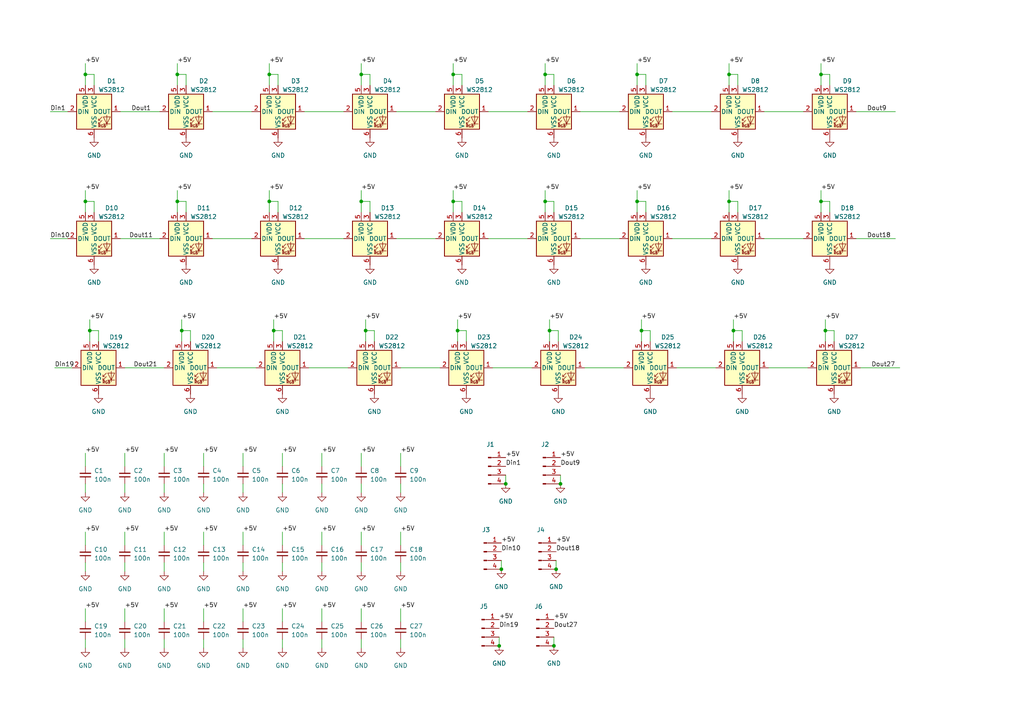
<source format=kicad_sch>
(kicad_sch (version 20230121) (generator eeschema)
  (paper "A4")
  (lib_symbols
    (symbol "Connector:Conn_01x04_Pin" (pin_names (offset 1.016) hide)
      (property "Reference" "J" (at 0 5.08 0))
      (property "Value" "Conn_01x04_Pin" (at 0 -7.62 0))
      (symbol "Conn_01x04_Pin_1_1"
        (polyline (pts (xy 1.27 -5.08) (xy 0.8636 -5.08)) (stroke (width 0.1524)))
        (polyline (pts (xy 1.27 -2.54) (xy 0.8636 -2.54)) (stroke (width 0.1524)))
        (polyline (pts (xy 1.27 0) (xy 0.8636 0)) (stroke (width 0.1524)))
        (polyline (pts (xy 1.27 2.54) (xy 0.8636 2.54)) (stroke (width 0.1524)))
        (rectangle (start 0.8636 -4.953) (end 0 -5.207) (stroke (width 0.1524)) (fill (type outline)))
        (rectangle (start 0.8636 -2.413) (end 0 -2.667) (stroke (width 0.1524)) (fill (type outline)))
        (rectangle (start 0.8636 0.127) (end 0 -0.127) (stroke (width 0.1524)) (fill (type outline)))
        (rectangle (start 0.8636 2.667) (end 0 2.413) (stroke (width 0.1524)) (fill (type outline)))
        (pin passive line (at 5.08 2.54 180) (length 3.81) (name "Pin_1") (number "1"))
        (pin passive line (at 5.08 0 180) (length 3.81) (name "Pin_2") (number "2"))
        (pin passive line (at 5.08 -2.54 180) (length 3.81) (name "Pin_3") (number "3"))
        (pin passive line (at 5.08 -5.08 180) (length 3.81) (name "Pin_4") (number "4"))
      )
    )
    (symbol "Device:C_Small" (pin_numbers hide) (pin_names (offset 0.254) hide)
      (property "Reference" "C" (at 0.254 1.778 0))
      (property "Value" "C_Small" (at 0.254 -2.032 0))
      (symbol "C_Small_0_1"
        (polyline (pts (xy -1.524 -0.508) (xy 1.524 -0.508)) (stroke (width 0.3302)))
        (polyline (pts (xy -1.524 0.508) (xy 1.524 0.508)) (stroke (width 0.3048)))
      )
      (symbol "C_Small_1_1"
        (pin passive line (at 0 2.54 270) (length 2.032) (name "~") (number "1"))
        (pin passive line (at 0 -2.54 90) (length 2.032) (name "~") (number "2"))
      )
    )
    (symbol "LED:WS2812" (pin_names (offset 0.254))
      (property "Reference" "D" (at 5.08 5.715 0))
      (property "Value" "WS2812" (at 1.27 -5.715 0))
      (symbol "WS2812_0_0"
        (text "RGB" (at 2.286 -4.191 0) (effects (font (size 0.762 0.762))))
      )
      (symbol "WS2812_0_1"
        (polyline (pts (xy 1.27 -3.556) (xy 1.778 -3.556)))
        (polyline (pts (xy 1.27 -2.54) (xy 1.778 -2.54)))
        (polyline (pts (xy 4.699 -3.556) (xy 2.667 -3.556)))
        (polyline (pts (xy 2.286 -2.54) (xy 1.27 -3.556) (xy 1.27 -3.048)))
        (polyline (pts (xy 2.286 -1.524) (xy 1.27 -2.54) (xy 1.27 -2.032)))
        (polyline (pts (xy 3.683 -1.016) (xy 3.683 -3.556) (xy 3.683 -4.064)))
        (polyline (pts (xy 4.699 -1.524) (xy 2.667 -1.524) (xy 3.683 -3.556) (xy 4.699 -1.524)))
        (rectangle (start 5.08 5.08) (end -5.08 -5.08) (stroke (width 0.254)) (fill (type background)))
      )
      (symbol "WS2812_1_1"
        (pin output line (at 7.62 0 180) (length 2.54) (name "DOUT") (number "1"))
        (pin input line (at -7.62 0 0) (length 2.54) (name "DIN") (number "2"))
        (pin power_in line (at 0 7.62 270) (length 2.54) (name "VCC") (number "3"))
        (pin no_connect line (at 5.08 2.54 180) (length 2.54) hide (name "NC") (number "4"))
        (pin power_in line (at -2.54 7.62 270) (length 2.54) (name "VDD") (number "5"))
        (pin power_in line (at 0 -7.62 90) (length 2.54) (name "VSS") (number "6"))
      )
    )
    (symbol "power:GND" (power) (pin_names (offset 0))
      (property "Value" "GND" (at 0 -3.81 0))
      (symbol "GND_0_1"
        (polyline (pts (xy 0 0) (xy 0 -1.27) (xy 1.27 -1.27) (xy 0 -2.54) (xy -1.27 -1.27) (xy 0 -1.27)))
      )
      (symbol "GND_1_1"
        (pin power_in line (at 0 0 270) (length 0) hide (name "GND") (number "1"))
      )
    )
  )
  (junction (at 106.045 95.885))
  (junction (at 212.725 95.885))
  (junction (at 145.415 165.1))
  (junction (at 158.115 21.59))
  (junction (at 162.56 140.335))
  (junction (at 104.775 21.59))
  (junction (at 79.375 95.885))
  (junction (at 184.785 21.59))
  (junction (at 51.435 58.42))
  (junction (at 78.105 58.42))
  (junction (at 132.715 95.885))
  (junction (at 146.685 140.335))
  (junction (at 24.765 58.42))
  (junction (at 158.115 58.42))
  (junction (at 131.445 58.42))
  (junction (at 104.775 58.42))
  (junction (at 78.105 21.59))
  (junction (at 238.125 58.42))
  (junction (at 186.055 95.885))
  (junction (at 131.445 21.59))
  (junction (at 238.125 21.59))
  (junction (at 239.395 95.885))
  (junction (at 211.455 58.42))
  (junction (at 161.29 165.1))
  (junction (at 211.455 21.59))
  (junction (at 184.785 58.42))
  (junction (at 160.655 187.325))
  (junction (at 144.78 187.325))
  (junction (at 51.435 21.59))
  (junction (at 24.765 21.59))
  (junction (at 159.385 95.885))
  (junction (at 52.705 95.885))
  (junction (at 26.035 95.885))
  (wire (pts (xy 211.455 55.245) (xy 211.455 58.42)))
  (wire (pts (xy 51.435 55.245) (xy 51.435 58.42)))
  (wire (pts (xy 211.455 21.59) (xy 213.995 21.59)))
  (wire (pts (xy 79.375 95.885) (xy 81.915 95.885)))
  (wire (pts (xy 159.385 95.885) (xy 161.925 95.885)))
  (wire (pts (xy 141.605 32.385) (xy 153.035 32.385)))
  (wire (pts (xy 80.645 21.59) (xy 80.645 24.765)))
  (wire (pts (xy 52.705 92.71) (xy 52.705 95.885)))
  (wire (pts (xy 160.655 58.42) (xy 160.655 61.595)))
  (wire (pts (xy 158.115 58.42) (xy 160.655 58.42)))
  (wire (pts (xy 79.375 92.71) (xy 79.375 95.885)))
  (wire (pts (xy 159.385 95.885) (xy 159.385 99.06)))
  (wire (pts (xy 28.575 95.885) (xy 28.575 99.06)))
  (wire (pts (xy 24.765 131.445) (xy 24.765 135.255)))
  (wire (pts (xy 104.775 58.42) (xy 104.775 61.595)))
  (wire (pts (xy 51.435 21.59) (xy 53.975 21.59)))
  (wire (pts (xy 146.685 137.795) (xy 146.685 140.335)))
  (wire (pts (xy 52.705 95.885) (xy 52.705 99.06)))
  (wire (pts (xy 169.545 106.68) (xy 180.975 106.68)))
  (wire (pts (xy 81.915 176.53) (xy 81.915 180.34)))
  (wire (pts (xy 184.785 58.42) (xy 184.785 61.595)))
  (wire (pts (xy 47.625 185.42) (xy 47.625 187.96)))
  (wire (pts (xy 78.105 58.42) (xy 78.105 61.595)))
  (wire (pts (xy 51.435 58.42) (xy 51.435 61.595)))
  (wire (pts (xy 238.125 55.245) (xy 238.125 58.42)))
  (wire (pts (xy 24.765 58.42) (xy 27.305 58.42)))
  (wire (pts (xy 132.715 95.885) (xy 132.715 99.06)))
  (wire (pts (xy 104.775 185.42) (xy 104.775 187.96)))
  (wire (pts (xy 24.765 185.42) (xy 24.765 187.96)))
  (wire (pts (xy 47.625 176.53) (xy 47.625 180.34)))
  (wire (pts (xy 70.485 140.335) (xy 70.485 142.875)))
  (wire (pts (xy 88.265 69.215) (xy 99.695 69.215)))
  (wire (pts (xy 158.115 21.59) (xy 160.655 21.59)))
  (wire (pts (xy 213.995 58.42) (xy 213.995 61.595)))
  (wire (pts (xy 184.785 18.415) (xy 184.785 21.59)))
  (wire (pts (xy 104.775 131.445) (xy 104.775 135.255)))
  (wire (pts (xy 239.395 95.885) (xy 239.395 99.06)))
  (wire (pts (xy 24.765 18.415) (xy 24.765 21.59)))
  (wire (pts (xy 14.605 69.215) (xy 19.685 69.215)))
  (wire (pts (xy 211.455 58.42) (xy 213.995 58.42)))
  (wire (pts (xy 80.645 58.42) (xy 80.645 61.595)))
  (wire (pts (xy 93.345 140.335) (xy 93.345 142.875)))
  (wire (pts (xy 158.115 58.42) (xy 158.115 61.595)))
  (wire (pts (xy 116.205 154.305) (xy 116.205 158.115)))
  (wire (pts (xy 36.195 154.305) (xy 36.195 158.115)))
  (wire (pts (xy 59.055 185.42) (xy 59.055 187.96)))
  (wire (pts (xy 116.205 176.53) (xy 116.205 180.34)))
  (wire (pts (xy 78.105 55.245) (xy 78.105 58.42)))
  (wire (pts (xy 184.785 58.42) (xy 187.325 58.42)))
  (wire (pts (xy 24.765 21.59) (xy 27.305 21.59)))
  (wire (pts (xy 186.055 95.885) (xy 186.055 99.06)))
  (wire (pts (xy 211.455 58.42) (xy 211.455 61.595)))
  (wire (pts (xy 241.935 95.885) (xy 241.935 99.06)))
  (wire (pts (xy 59.055 154.305) (xy 59.055 158.115)))
  (wire (pts (xy 93.345 163.195) (xy 93.345 165.735)))
  (wire (pts (xy 135.255 95.885) (xy 135.255 99.06)))
  (wire (pts (xy 26.035 95.885) (xy 28.575 95.885)))
  (wire (pts (xy 215.265 95.885) (xy 215.265 99.06)))
  (wire (pts (xy 186.055 95.885) (xy 188.595 95.885)))
  (wire (pts (xy 104.775 21.59) (xy 104.775 24.765)))
  (wire (pts (xy 184.785 21.59) (xy 184.785 24.765)))
  (wire (pts (xy 160.655 184.785) (xy 160.655 187.325)))
  (wire (pts (xy 211.455 18.415) (xy 211.455 21.59)))
  (wire (pts (xy 24.765 163.195) (xy 24.765 165.735)))
  (wire (pts (xy 53.975 58.42) (xy 53.975 61.595)))
  (wire (pts (xy 249.555 106.68) (xy 260.985 106.68)))
  (wire (pts (xy 34.925 69.215) (xy 46.355 69.215)))
  (wire (pts (xy 61.595 69.215) (xy 73.025 69.215)))
  (wire (pts (xy 186.055 92.71) (xy 186.055 95.885)))
  (wire (pts (xy 212.725 95.885) (xy 215.265 95.885)))
  (wire (pts (xy 158.115 18.415) (xy 158.115 21.59)))
  (wire (pts (xy 24.765 55.245) (xy 24.765 58.42)))
  (wire (pts (xy 168.275 32.385) (xy 179.705 32.385)))
  (wire (pts (xy 47.625 131.445) (xy 47.625 135.255)))
  (wire (pts (xy 133.985 21.59) (xy 133.985 24.765)))
  (wire (pts (xy 104.775 163.195) (xy 104.775 165.735)))
  (wire (pts (xy 161.925 95.885) (xy 161.925 99.06)))
  (wire (pts (xy 52.705 95.885) (xy 55.245 95.885)))
  (wire (pts (xy 59.055 140.335) (xy 59.055 142.875)))
  (wire (pts (xy 93.345 154.305) (xy 93.345 158.115)))
  (wire (pts (xy 27.305 58.42) (xy 27.305 61.595)))
  (wire (pts (xy 240.665 58.42) (xy 240.665 61.595)))
  (wire (pts (xy 196.215 106.68) (xy 207.645 106.68)))
  (wire (pts (xy 221.615 32.385) (xy 233.045 32.385)))
  (wire (pts (xy 51.435 58.42) (xy 53.975 58.42)))
  (wire (pts (xy 24.765 176.53) (xy 24.765 180.34)))
  (wire (pts (xy 70.485 185.42) (xy 70.485 187.96)))
  (wire (pts (xy 144.78 184.785) (xy 144.78 187.325)))
  (wire (pts (xy 34.925 32.385) (xy 46.355 32.385)))
  (wire (pts (xy 24.765 21.59) (xy 24.765 24.765)))
  (wire (pts (xy 59.055 163.195) (xy 59.055 165.735)))
  (wire (pts (xy 24.765 154.305) (xy 24.765 158.115)))
  (wire (pts (xy 70.485 131.445) (xy 70.485 135.255)))
  (wire (pts (xy 238.125 18.415) (xy 238.125 21.59)))
  (wire (pts (xy 116.205 131.445) (xy 116.205 135.255)))
  (wire (pts (xy 104.775 58.42) (xy 107.315 58.42)))
  (wire (pts (xy 184.785 21.59) (xy 187.325 21.59)))
  (wire (pts (xy 131.445 18.415) (xy 131.445 21.59)))
  (wire (pts (xy 162.56 137.795) (xy 162.56 140.335)))
  (wire (pts (xy 26.035 95.885) (xy 26.035 99.06)))
  (wire (pts (xy 133.985 58.42) (xy 133.985 61.595)))
  (wire (pts (xy 78.105 58.42) (xy 80.645 58.42)))
  (wire (pts (xy 108.585 95.885) (xy 108.585 99.06)))
  (wire (pts (xy 158.115 55.245) (xy 158.115 58.42)))
  (wire (pts (xy 106.045 92.71) (xy 106.045 95.885)))
  (wire (pts (xy 142.875 106.68) (xy 154.305 106.68)))
  (wire (pts (xy 104.775 18.415) (xy 104.775 21.59)))
  (wire (pts (xy 24.765 58.42) (xy 24.765 61.595)))
  (wire (pts (xy 248.285 32.385) (xy 259.715 32.385)))
  (wire (pts (xy 211.455 21.59) (xy 211.455 24.765)))
  (wire (pts (xy 238.125 21.59) (xy 238.125 24.765)))
  (wire (pts (xy 104.775 176.53) (xy 104.775 180.34)))
  (wire (pts (xy 36.195 163.195) (xy 36.195 165.735)))
  (wire (pts (xy 81.915 163.195) (xy 81.915 165.735)))
  (wire (pts (xy 78.105 21.59) (xy 80.645 21.59)))
  (wire (pts (xy 131.445 21.59) (xy 133.985 21.59)))
  (wire (pts (xy 70.485 163.195) (xy 70.485 165.735)))
  (wire (pts (xy 14.605 32.385) (xy 19.685 32.385)))
  (wire (pts (xy 47.625 140.335) (xy 47.625 142.875)))
  (wire (pts (xy 59.055 176.53) (xy 59.055 180.34)))
  (wire (pts (xy 15.875 106.68) (xy 20.955 106.68)))
  (wire (pts (xy 145.415 162.56) (xy 145.415 165.1)))
  (wire (pts (xy 106.045 95.885) (xy 108.585 95.885)))
  (wire (pts (xy 81.915 95.885) (xy 81.915 99.06)))
  (wire (pts (xy 36.195 140.335) (xy 36.195 142.875)))
  (wire (pts (xy 89.535 106.68) (xy 100.965 106.68)))
  (wire (pts (xy 141.605 69.215) (xy 153.035 69.215)))
  (wire (pts (xy 59.055 131.445) (xy 59.055 135.255)))
  (wire (pts (xy 159.385 92.71) (xy 159.385 95.885)))
  (wire (pts (xy 104.775 21.59) (xy 107.315 21.59)))
  (wire (pts (xy 81.915 185.42) (xy 81.915 187.96)))
  (wire (pts (xy 240.665 21.59) (xy 240.665 24.765)))
  (wire (pts (xy 160.655 21.59) (xy 160.655 24.765)))
  (wire (pts (xy 131.445 58.42) (xy 133.985 58.42)))
  (wire (pts (xy 51.435 21.59) (xy 51.435 24.765)))
  (wire (pts (xy 36.195 185.42) (xy 36.195 187.96)))
  (wire (pts (xy 78.105 18.415) (xy 78.105 21.59)))
  (wire (pts (xy 116.205 140.335) (xy 116.205 142.875)))
  (wire (pts (xy 213.995 21.59) (xy 213.995 24.765)))
  (wire (pts (xy 104.775 55.245) (xy 104.775 58.42)))
  (wire (pts (xy 78.105 21.59) (xy 78.105 24.765)))
  (wire (pts (xy 116.205 106.68) (xy 127.635 106.68)))
  (wire (pts (xy 36.195 131.445) (xy 36.195 135.255)))
  (wire (pts (xy 238.125 58.42) (xy 238.125 61.595)))
  (wire (pts (xy 238.125 58.42) (xy 240.665 58.42)))
  (wire (pts (xy 55.245 95.885) (xy 55.245 99.06)))
  (wire (pts (xy 93.345 185.42) (xy 93.345 187.96)))
  (wire (pts (xy 93.345 131.445) (xy 93.345 135.255)))
  (wire (pts (xy 53.975 21.59) (xy 53.975 24.765)))
  (wire (pts (xy 238.125 21.59) (xy 240.665 21.59)))
  (wire (pts (xy 81.915 140.335) (xy 81.915 142.875)))
  (wire (pts (xy 161.29 162.56) (xy 161.29 165.1)))
  (wire (pts (xy 24.765 140.335) (xy 24.765 142.875)))
  (wire (pts (xy 131.445 58.42) (xy 131.445 61.595)))
  (wire (pts (xy 51.435 18.415) (xy 51.435 21.59)))
  (wire (pts (xy 187.325 21.59) (xy 187.325 24.765)))
  (wire (pts (xy 114.935 32.385) (xy 126.365 32.385)))
  (wire (pts (xy 107.315 58.42) (xy 107.315 61.595)))
  (wire (pts (xy 70.485 154.305) (xy 70.485 158.115)))
  (wire (pts (xy 104.775 154.305) (xy 104.775 158.115)))
  (wire (pts (xy 36.195 176.53) (xy 36.195 180.34)))
  (wire (pts (xy 70.485 176.53) (xy 70.485 180.34)))
  (wire (pts (xy 36.195 106.68) (xy 47.625 106.68)))
  (wire (pts (xy 61.595 32.385) (xy 73.025 32.385)))
  (wire (pts (xy 222.885 106.68) (xy 234.315 106.68)))
  (wire (pts (xy 158.115 21.59) (xy 158.115 24.765)))
  (wire (pts (xy 106.045 95.885) (xy 106.045 99.06)))
  (wire (pts (xy 26.035 92.71) (xy 26.035 95.885)))
  (wire (pts (xy 47.625 163.195) (xy 47.625 165.735)))
  (wire (pts (xy 132.715 95.885) (xy 135.255 95.885)))
  (wire (pts (xy 79.375 95.885) (xy 79.375 99.06)))
  (wire (pts (xy 27.305 21.59) (xy 27.305 24.765)))
  (wire (pts (xy 47.625 154.305) (xy 47.625 158.115)))
  (wire (pts (xy 131.445 21.59) (xy 131.445 24.765)))
  (wire (pts (xy 81.915 131.445) (xy 81.915 135.255)))
  (wire (pts (xy 93.345 176.53) (xy 93.345 180.34)))
  (wire (pts (xy 194.945 69.215) (xy 206.375 69.215)))
  (wire (pts (xy 114.935 69.215) (xy 126.365 69.215)))
  (wire (pts (xy 212.725 92.71) (xy 212.725 95.885)))
  (wire (pts (xy 221.615 69.215) (xy 233.045 69.215)))
  (wire (pts (xy 116.205 185.42) (xy 116.205 187.96)))
  (wire (pts (xy 194.945 32.385) (xy 206.375 32.385)))
  (wire (pts (xy 132.715 92.71) (xy 132.715 95.885)))
  (wire (pts (xy 239.395 92.71) (xy 239.395 95.885)))
  (wire (pts (xy 187.325 58.42) (xy 187.325 61.595)))
  (wire (pts (xy 107.315 21.59) (xy 107.315 24.765)))
  (wire (pts (xy 184.785 55.245) (xy 184.785 58.42)))
  (wire (pts (xy 62.865 106.68) (xy 74.295 106.68)))
  (wire (pts (xy 88.265 32.385) (xy 99.695 32.385)))
  (wire (pts (xy 131.445 55.245) (xy 131.445 58.42)))
  (wire (pts (xy 248.285 69.215) (xy 259.715 69.215)))
  (wire (pts (xy 116.205 163.195) (xy 116.205 165.735)))
  (wire (pts (xy 81.915 154.305) (xy 81.915 158.115)))
  (wire (pts (xy 239.395 95.885) (xy 241.935 95.885)))
  (wire (pts (xy 212.725 95.885) (xy 212.725 99.06)))
  (wire (pts (xy 104.775 140.335) (xy 104.775 142.875)))
  (wire (pts (xy 188.595 95.885) (xy 188.595 99.06)))
  (wire (pts (xy 168.275 69.215) (xy 179.705 69.215)))
  (label "Din19" (at 15.875 106.68 0))
  (label "+5V" (at 158.115 18.415 0))
  (label "+5V" (at 158.115 55.245 0))
  (label "+5V" (at 59.055 154.305 0))
  (label "+5V" (at 211.455 18.415 0))
  (label "+5V" (at 161.29 157.48 0))
  (label "+5V" (at 239.395 92.71 0))
  (label "+5V" (at 184.785 18.415 0))
  (label "+5V" (at 93.345 131.445 0))
  (label "+5V" (at 51.435 18.415 0))
  (label "+5V" (at 52.705 92.71 0))
  (label "+5V" (at 93.345 154.305 0))
  (label "+5V" (at 36.195 131.445 0))
  (label "+5V" (at 162.56 132.715 0))
  (label "+5V" (at 79.375 92.71 0))
  (label "+5V" (at 24.765 131.445 0))
  (label "Dout27" (at 252.73 106.68 0))
  (label "+5V" (at 159.385 92.71 0))
  (label "+5V" (at 238.125 55.245 0))
  (label "+5V" (at 81.915 131.445 0))
  (label "+5V" (at 146.685 132.715 0))
  (label "Dout9" (at 162.56 135.255 0))
  (label "+5V" (at 70.485 154.305 0))
  (label "+5V" (at 93.345 176.53 0))
  (label "+5V" (at 47.625 154.305 0))
  (label "+5V" (at 78.105 55.245 0))
  (label "+5V" (at 47.625 131.445 0))
  (label "+5V" (at 104.775 131.445 0))
  (label "+5V" (at 51.435 55.245 0))
  (label "+5V" (at 116.205 154.305 0))
  (label "Dout11" (at 37.465 69.215 0))
  (label "+5V" (at 104.775 176.53 0))
  (label "+5V" (at 59.055 131.445 0))
  (label "Din1" (at 14.605 32.385 0))
  (label "+5V" (at 24.765 55.245 0))
  (label "+5V" (at 104.775 154.305 0))
  (label "+5V" (at 132.715 92.71 0))
  (label "+5V" (at 160.655 179.705 0))
  (label "+5V" (at 47.625 176.53 0))
  (label "+5V" (at 116.205 131.445 0))
  (label "Dout9" (at 251.46 32.385 0))
  (label "+5V" (at 26.035 92.71 0))
  (label "+5V" (at 59.055 176.53 0))
  (label "+5V" (at 81.915 176.53 0))
  (label "+5V" (at 78.105 18.415 0))
  (label "+5V" (at 106.045 92.71 0))
  (label "+5V" (at 186.055 92.71 0))
  (label "+5V" (at 116.205 176.53 0))
  (label "+5V" (at 131.445 55.245 0))
  (label "+5V" (at 70.485 131.445 0))
  (label "Dout21" (at 38.735 106.68 0))
  (label "+5V" (at 81.915 154.305 0))
  (label "+5V" (at 212.725 92.71 0))
  (label "+5V" (at 104.775 55.245 0))
  (label "Din1" (at 146.685 135.255 0))
  (label "+5V" (at 24.765 176.53 0))
  (label "Dout18" (at 251.46 69.215 0))
  (label "+5V" (at 24.765 154.305 0))
  (label "+5V" (at 144.78 179.705 0))
  (label "+5V" (at 24.765 18.415 0))
  (label "+5V" (at 36.195 154.305 0))
  (label "+5V" (at 184.785 55.245 0))
  (label "Din10" (at 145.415 160.02 0))
  (label "+5V" (at 70.485 176.53 0))
  (label "+5V" (at 36.195 176.53 0))
  (label "Dout1" (at 38.1 32.385 0))
  (label "+5V" (at 131.445 18.415 0))
  (label "Din10" (at 14.605 69.215 0))
  (label "Din19" (at 144.78 182.245 0))
  (label "+5V" (at 238.125 18.415 0))
  (label "Dout18" (at 161.29 160.02 0))
  (label "+5V" (at 211.455 55.245 0))
  (label "+5V" (at 104.775 18.415 0))
  (label "Dout27" (at 160.655 182.245 0))
  (label "+5V" (at 145.415 157.48 0))
  (symbol (lib_id "power:GND") (at 213.995 76.835 0) (unit 1)
    (property "Reference" "#PWR017" (effects hide))
    (property "Value" "GND" (at 213.995 81.915 0))
  )
  (symbol (lib_id "LED:WS2812") (at 108.585 106.68 0) (unit 1)
    (property "Reference" "D22" (at 113.665 97.79 0))
    (property "Value" "WS2812" (at 113.665 100.33 0))
    (property "Footprint" "LED_SMD:LED_WS2812_PLCC6_5.0x5.0mm_P1.6mm" (effects hide))
    (property "Datasheet" "https://cdn-shop.adafruit.com/datasheets/WS2812.pdf" (effects hide))
    (property "LCSC" "C2843785" (effects hide))
  )
  (symbol (lib_id "power:GND") (at 93.345 187.96 0) (unit 1)
    (property "Reference" "#PWR060" (effects hide))
    (property "Value" "GND" (at 93.345 193.04 0))
  )
  (symbol (lib_id "power:GND") (at 59.055 187.96 0) (unit 1)
    (property "Reference" "#PWR057" (effects hide))
    (property "Value" "GND" (at 59.055 193.04 0))
  )
  (symbol (lib_id "power:GND") (at 135.255 114.3 0) (unit 1)
    (property "Reference" "#PWR023" (effects hide))
    (property "Value" "GND" (at 135.255 119.38 0))
  )
  (symbol (lib_id "LED:WS2812") (at 188.595 106.68 0) (unit 1)
    (property "Reference" "D25" (at 193.675 97.79 0))
    (property "Value" "WS2812" (at 193.675 100.33 0))
    (property "Footprint" "LED_SMD:LED_WS2812_PLCC6_5.0x5.0mm_P1.6mm" (effects hide))
    (property "Datasheet" "https://cdn-shop.adafruit.com/datasheets/WS2812.pdf" (effects hide))
    (property "LCSC" "C2843785" (effects hide))
  )
  (symbol (lib_id "Device:C_Small") (at 59.055 182.88 180) (unit 1)
    (property "Reference" "C22" (at 61.595 181.6035 0) (effects (justify right)))
    (property "Value" "100n" (at 61.595 184.1435 0) (effects (justify right)))
    (property "Footprint" "Capacitor_SMD:C_0603_1608Metric" (effects hide))
    (property "Datasheet" "https://datasheet.lcsc.com/lcsc/1809301912_YAGEO-CC0603KRX7R9BB104_C14663.pdf" (effects hide))
    (property "Price" "0.0020" (effects hide))
    (property "LCSC" "C49678" (effects hide))
    (property "Extended" "0" (effects hide))
    (property "Populate" "Yes" (effects hide))
  )
  (symbol (lib_id "LED:WS2812") (at 53.975 69.215 0) (unit 1)
    (property "Reference" "D11" (at 59.055 60.325 0))
    (property "Value" "WS2812" (at 59.055 62.865 0))
    (property "Footprint" "LED_SMD:LED_WS2812_PLCC6_5.0x5.0mm_P1.6mm" (effects hide))
    (property "Datasheet" "https://cdn-shop.adafruit.com/datasheets/WS2812.pdf" (effects hide))
    (property "LCSC" "C2843785" (effects hide))
  )
  (symbol (lib_id "Device:C_Small") (at 70.485 182.88 180) (unit 1)
    (property "Reference" "C23" (at 73.025 181.6035 0) (effects (justify right)))
    (property "Value" "100n" (at 73.025 184.1435 0) (effects (justify right)))
    (property "Footprint" "Capacitor_SMD:C_0603_1608Metric" (effects hide))
    (property "Datasheet" "https://datasheet.lcsc.com/lcsc/1809301912_YAGEO-CC0603KRX7R9BB104_C14663.pdf" (effects hide))
    (property "Price" "0.0020" (effects hide))
    (property "LCSC" "C49678" (effects hide))
    (property "Extended" "0" (effects hide))
    (property "Populate" "Yes" (effects hide))
  )
  (symbol (lib_id "Device:C_Small") (at 116.205 160.655 180) (unit 1)
    (property "Reference" "C18" (at 118.745 159.3785 0) (effects (justify right)))
    (property "Value" "100n" (at 118.745 161.9185 0) (effects (justify right)))
    (property "Footprint" "Capacitor_SMD:C_0603_1608Metric" (effects hide))
    (property "Datasheet" "https://datasheet.lcsc.com/lcsc/1809301912_YAGEO-CC0603KRX7R9BB104_C14663.pdf" (effects hide))
    (property "Price" "0.0020" (effects hide))
    (property "LCSC" "C49678" (effects hide))
    (property "Extended" "0" (effects hide))
    (property "Populate" "Yes" (effects hide))
  )
  (symbol (lib_id "LED:WS2812") (at 55.245 106.68 0) (unit 1)
    (property "Reference" "D20" (at 60.325 97.79 0))
    (property "Value" "WS2812" (at 60.325 100.33 0))
    (property "Footprint" "LED_SMD:LED_WS2812_PLCC6_5.0x5.0mm_P1.6mm" (effects hide))
    (property "Datasheet" "https://cdn-shop.adafruit.com/datasheets/WS2812.pdf" (effects hide))
    (property "LCSC" "C2843785" (effects hide))
  )
  (symbol (lib_id "Device:C_Small") (at 24.765 160.655 180) (unit 1)
    (property "Reference" "C10" (at 27.305 159.3785 0) (effects (justify right)))
    (property "Value" "100n" (at 27.305 161.9185 0) (effects (justify right)))
    (property "Footprint" "Capacitor_SMD:C_0603_1608Metric" (effects hide))
    (property "Datasheet" "https://datasheet.lcsc.com/lcsc/1809301912_YAGEO-CC0603KRX7R9BB104_C14663.pdf" (effects hide))
    (property "Price" "0.0020" (effects hide))
    (property "LCSC" "C49678" (effects hide))
    (property "Extended" "0" (effects hide))
    (property "Populate" "Yes" (effects hide))
  )
  (symbol (lib_id "power:GND") (at 53.975 40.005 0) (unit 1)
    (property "Reference" "#PWR02" (effects hide))
    (property "Value" "GND" (at 53.975 45.085 0))
  )
  (symbol (lib_id "LED:WS2812") (at 28.575 106.68 0) (unit 1)
    (property "Reference" "D19" (at 33.655 97.79 0))
    (property "Value" "WS2812" (at 33.655 100.33 0))
    (property "Footprint" "LED_SMD:LED_WS2812_PLCC6_5.0x5.0mm_P1.6mm" (effects hide))
    (property "Datasheet" "https://cdn-shop.adafruit.com/datasheets/WS2812.pdf" (effects hide))
    (property "LCSC" "C2843785" (effects hide))
  )
  (symbol (lib_id "Device:C_Small") (at 116.205 182.88 180) (unit 1)
    (property "Reference" "C27" (at 118.745 181.6035 0) (effects (justify right)))
    (property "Value" "100n" (at 118.745 184.1435 0) (effects (justify right)))
    (property "Footprint" "Capacitor_SMD:C_0603_1608Metric" (effects hide))
    (property "Datasheet" "https://datasheet.lcsc.com/lcsc/1809301912_YAGEO-CC0603KRX7R9BB104_C14663.pdf" (effects hide))
    (property "Price" "0.0020" (effects hide))
    (property "LCSC" "C49678" (effects hide))
    (property "Extended" "0" (effects hide))
    (property "Populate" "Yes" (effects hide))
  )
  (symbol (lib_id "power:GND") (at 80.645 40.005 0) (unit 1)
    (property "Reference" "#PWR03" (effects hide))
    (property "Value" "GND" (at 80.645 45.085 0))
  )
  (symbol (lib_id "power:GND") (at 104.775 165.735 0) (unit 1)
    (property "Reference" "#PWR051" (effects hide))
    (property "Value" "GND" (at 104.775 170.815 0))
  )
  (symbol (lib_id "power:GND") (at 187.325 76.835 0) (unit 1)
    (property "Reference" "#PWR016" (effects hide))
    (property "Value" "GND" (at 187.325 81.915 0))
  )
  (symbol (lib_id "power:GND") (at 81.915 165.735 0) (unit 1)
    (property "Reference" "#PWR049" (effects hide))
    (property "Value" "GND" (at 81.915 170.815 0))
  )
  (symbol (lib_id "power:GND") (at 81.915 142.875 0) (unit 1)
    (property "Reference" "#PWR039" (effects hide))
    (property "Value" "GND" (at 81.915 147.955 0))
  )
  (symbol (lib_id "power:GND") (at 188.595 114.3 0) (unit 1)
    (property "Reference" "#PWR025" (effects hide))
    (property "Value" "GND" (at 188.595 119.38 0))
  )
  (symbol (lib_id "Device:C_Small") (at 36.195 160.655 180) (unit 1)
    (property "Reference" "C11" (at 38.735 159.3785 0) (effects (justify right)))
    (property "Value" "100n" (at 38.735 161.9185 0) (effects (justify right)))
    (property "Footprint" "Capacitor_SMD:C_0603_1608Metric" (effects hide))
    (property "Datasheet" "https://datasheet.lcsc.com/lcsc/1809301912_YAGEO-CC0603KRX7R9BB104_C14663.pdf" (effects hide))
    (property "Price" "0.0020" (effects hide))
    (property "LCSC" "C49678" (effects hide))
    (property "Extended" "0" (effects hide))
    (property "Populate" "Yes" (effects hide))
  )
  (symbol (lib_id "Device:C_Small") (at 47.625 137.795 180) (unit 1)
    (property "Reference" "C3" (at 50.165 136.5185 0) (effects (justify right)))
    (property "Value" "100n" (at 50.165 139.0585 0) (effects (justify right)))
    (property "Footprint" "Capacitor_SMD:C_0603_1608Metric" (effects hide))
    (property "Datasheet" "https://datasheet.lcsc.com/lcsc/1809301912_YAGEO-CC0603KRX7R9BB104_C14663.pdf" (effects hide))
    (property "Price" "0.0020" (effects hide))
    (property "LCSC" "C49678" (effects hide))
    (property "Extended" "0" (effects hide))
    (property "Populate" "Yes" (effects hide))
  )
  (symbol (lib_id "LED:WS2812") (at 107.315 69.215 0) (unit 1)
    (property "Reference" "D13" (at 112.395 60.325 0))
    (property "Value" "WS2812" (at 112.395 62.865 0))
    (property "Footprint" "LED_SMD:LED_WS2812_PLCC6_5.0x5.0mm_P1.6mm" (effects hide))
    (property "Datasheet" "https://cdn-shop.adafruit.com/datasheets/WS2812.pdf" (effects hide))
    (property "LCSC" "C2843785" (effects hide))
  )
  (symbol (lib_id "Device:C_Small") (at 47.625 160.655 180) (unit 1)
    (property "Reference" "C12" (at 50.165 159.3785 0) (effects (justify right)))
    (property "Value" "100n" (at 50.165 161.9185 0) (effects (justify right)))
    (property "Footprint" "Capacitor_SMD:C_0603_1608Metric" (effects hide))
    (property "Datasheet" "https://datasheet.lcsc.com/lcsc/1809301912_YAGEO-CC0603KRX7R9BB104_C14663.pdf" (effects hide))
    (property "Price" "0.0020" (effects hide))
    (property "LCSC" "C49678" (effects hide))
    (property "Extended" "0" (effects hide))
    (property "Populate" "Yes" (effects hide))
  )
  (symbol (lib_id "power:GND") (at 133.985 40.005 0) (unit 1)
    (property "Reference" "#PWR05" (effects hide))
    (property "Value" "GND" (at 133.985 45.085 0))
  )
  (symbol (lib_id "Device:C_Small") (at 70.485 160.655 180) (unit 1)
    (property "Reference" "C14" (at 73.025 159.3785 0) (effects (justify right)))
    (property "Value" "100n" (at 73.025 161.9185 0) (effects (justify right)))
    (property "Footprint" "Capacitor_SMD:C_0603_1608Metric" (effects hide))
    (property "Datasheet" "https://datasheet.lcsc.com/lcsc/1809301912_YAGEO-CC0603KRX7R9BB104_C14663.pdf" (effects hide))
    (property "Price" "0.0020" (effects hide))
    (property "LCSC" "C49678" (effects hide))
    (property "Extended" "0" (effects hide))
    (property "Populate" "Yes" (effects hide))
  )
  (symbol (lib_id "Device:C_Small") (at 81.915 137.795 180) (unit 1)
    (property "Reference" "C6" (at 84.455 136.5185 0) (effects (justify right)))
    (property "Value" "100n" (at 84.455 139.0585 0) (effects (justify right)))
    (property "Footprint" "Capacitor_SMD:C_0603_1608Metric" (effects hide))
    (property "Datasheet" "https://datasheet.lcsc.com/lcsc/1809301912_YAGEO-CC0603KRX7R9BB104_C14663.pdf" (effects hide))
    (property "Price" "0.0020" (effects hide))
    (property "LCSC" "C49678" (effects hide))
    (property "Extended" "0" (effects hide))
    (property "Populate" "Yes" (effects hide))
  )
  (symbol (lib_id "power:GND") (at 187.325 40.005 0) (unit 1)
    (property "Reference" "#PWR07" (effects hide))
    (property "Value" "GND" (at 187.325 45.085 0))
  )
  (symbol (lib_id "Device:C_Small") (at 116.205 137.795 180) (unit 1)
    (property "Reference" "C9" (at 118.745 136.5185 0) (effects (justify right)))
    (property "Value" "100n" (at 118.745 139.0585 0) (effects (justify right)))
    (property "Footprint" "Capacitor_SMD:C_0603_1608Metric" (effects hide))
    (property "Datasheet" "https://datasheet.lcsc.com/lcsc/1809301912_YAGEO-CC0603KRX7R9BB104_C14663.pdf" (effects hide))
    (property "Price" "0.0020" (effects hide))
    (property "LCSC" "C49678" (effects hide))
    (property "Extended" "0" (effects hide))
    (property "Populate" "Yes" (effects hide))
  )
  (symbol (lib_id "LED:WS2812") (at 215.265 106.68 0) (unit 1)
    (property "Reference" "D26" (at 220.345 97.79 0))
    (property "Value" "WS2812" (at 220.345 100.33 0))
    (property "Footprint" "LED_SMD:LED_WS2812_PLCC6_5.0x5.0mm_P1.6mm" (effects hide))
    (property "Datasheet" "https://cdn-shop.adafruit.com/datasheets/WS2812.pdf" (effects hide))
    (property "LCSC" "C2843785" (effects hide))
  )
  (symbol (lib_id "power:GND") (at 116.205 187.96 0) (unit 1)
    (property "Reference" "#PWR062" (effects hide))
    (property "Value" "GND" (at 116.205 193.04 0))
  )
  (symbol (lib_id "power:GND") (at 213.995 40.005 0) (unit 1)
    (property "Reference" "#PWR08" (effects hide))
    (property "Value" "GND" (at 213.995 45.085 0))
  )
  (symbol (lib_id "power:GND") (at 107.315 76.835 0) (unit 1)
    (property "Reference" "#PWR013" (effects hide))
    (property "Value" "GND" (at 107.315 81.915 0))
  )
  (symbol (lib_id "power:GND") (at 162.56 140.335 0) (unit 1)
    (property "Reference" "#PWR031" (effects hide))
    (property "Value" "GND" (at 162.56 145.415 0))
  )
  (symbol (lib_id "LED:WS2812") (at 161.925 106.68 0) (unit 1)
    (property "Reference" "D24" (at 167.005 97.79 0))
    (property "Value" "WS2812" (at 167.005 100.33 0))
    (property "Footprint" "LED_SMD:LED_WS2812_PLCC6_5.0x5.0mm_P1.6mm" (effects hide))
    (property "Datasheet" "https://cdn-shop.adafruit.com/datasheets/WS2812.pdf" (effects hide))
    (property "LCSC" "C2843785" (effects hide))
  )
  (symbol (lib_id "Device:C_Small") (at 24.765 137.795 180) (unit 1)
    (property "Reference" "C1" (at 27.305 136.5185 0) (effects (justify right)))
    (property "Value" "100n" (at 27.305 139.0585 0) (effects (justify right)))
    (property "Footprint" "Capacitor_SMD:C_0603_1608Metric" (effects hide))
    (property "Datasheet" "https://datasheet.lcsc.com/lcsc/1809301912_YAGEO-CC0603KRX7R9BB104_C14663.pdf" (effects hide))
    (property "Price" "0.0020" (effects hide))
    (property "LCSC" "C49678" (effects hide))
    (property "Extended" "0" (effects hide))
    (property "Populate" "Yes" (effects hide))
  )
  (symbol (lib_id "LED:WS2812") (at 135.255 106.68 0) (unit 1)
    (property "Reference" "D23" (at 140.335 97.79 0))
    (property "Value" "WS2812" (at 140.335 100.33 0))
    (property "Footprint" "LED_SMD:LED_WS2812_PLCC6_5.0x5.0mm_P1.6mm" (effects hide))
    (property "Datasheet" "https://cdn-shop.adafruit.com/datasheets/WS2812.pdf" (effects hide))
    (property "LCSC" "C2843785" (effects hide))
  )
  (symbol (lib_id "power:GND") (at 36.195 142.875 0) (unit 1)
    (property "Reference" "#PWR035" (effects hide))
    (property "Value" "GND" (at 36.195 147.955 0))
  )
  (symbol (lib_id "power:GND") (at 104.775 187.96 0) (unit 1)
    (property "Reference" "#PWR061" (effects hide))
    (property "Value" "GND" (at 104.775 193.04 0))
  )
  (symbol (lib_id "power:GND") (at 144.78 187.325 0) (unit 1)
    (property "Reference" "#PWR028" (effects hide))
    (property "Value" "GND" (at 144.78 192.405 0))
  )
  (symbol (lib_id "power:GND") (at 70.485 165.735 0) (unit 1)
    (property "Reference" "#PWR048" (effects hide))
    (property "Value" "GND" (at 70.485 170.815 0))
  )
  (symbol (lib_id "power:GND") (at 93.345 165.735 0) (unit 1)
    (property "Reference" "#PWR050" (effects hide))
    (property "Value" "GND" (at 93.345 170.815 0))
  )
  (symbol (lib_id "Device:C_Small") (at 93.345 137.795 180) (unit 1)
    (property "Reference" "C7" (at 95.885 136.5185 0) (effects (justify right)))
    (property "Value" "100n" (at 95.885 139.0585 0) (effects (justify right)))
    (property "Footprint" "Capacitor_SMD:C_0603_1608Metric" (effects hide))
    (property "Datasheet" "https://datasheet.lcsc.com/lcsc/1809301912_YAGEO-CC0603KRX7R9BB104_C14663.pdf" (effects hide))
    (property "Price" "0.0020" (effects hide))
    (property "LCSC" "C49678" (effects hide))
    (property "Extended" "0" (effects hide))
    (property "Populate" "Yes" (effects hide))
  )
  (symbol (lib_id "Device:C_Small") (at 59.055 137.795 180) (unit 1)
    (property "Reference" "C4" (at 61.595 136.5185 0) (effects (justify right)))
    (property "Value" "100n" (at 61.595 139.0585 0) (effects (justify right)))
    (property "Footprint" "Capacitor_SMD:C_0603_1608Metric" (effects hide))
    (property "Datasheet" "https://datasheet.lcsc.com/lcsc/1809301912_YAGEO-CC0603KRX7R9BB104_C14663.pdf" (effects hide))
    (property "Price" "0.0020" (effects hide))
    (property "LCSC" "C49678" (effects hide))
    (property "Extended" "0" (effects hide))
    (property "Populate" "Yes" (effects hide))
  )
  (symbol (lib_id "power:GND") (at 241.935 114.3 0) (unit 1)
    (property "Reference" "#PWR027" (effects hide))
    (property "Value" "GND" (at 241.935 119.38 0))
  )
  (symbol (lib_id "power:GND") (at 27.305 40.005 0) (unit 1)
    (property "Reference" "#PWR01" (effects hide))
    (property "Value" "GND" (at 27.305 45.085 0))
  )
  (symbol (lib_id "power:GND") (at 47.625 165.735 0) (unit 1)
    (property "Reference" "#PWR046" (effects hide))
    (property "Value" "GND" (at 47.625 170.815 0))
  )
  (symbol (lib_id "LED:WS2812") (at 241.935 106.68 0) (unit 1)
    (property "Reference" "D27" (at 247.015 97.79 0))
    (property "Value" "WS2812" (at 247.015 100.33 0))
    (property "Footprint" "LED_SMD:LED_WS2812_PLCC6_5.0x5.0mm_P1.6mm" (effects hide))
    (property "Datasheet" "https://cdn-shop.adafruit.com/datasheets/WS2812.pdf" (effects hide))
    (property "LCSC" "C2843785" (effects hide))
  )
  (symbol (lib_id "Device:C_Small") (at 47.625 182.88 180) (unit 1)
    (property "Reference" "C21" (at 50.165 181.6035 0) (effects (justify right)))
    (property "Value" "100n" (at 50.165 184.1435 0) (effects (justify right)))
    (property "Footprint" "Capacitor_SMD:C_0603_1608Metric" (effects hide))
    (property "Datasheet" "https://datasheet.lcsc.com/lcsc/1809301912_YAGEO-CC0603KRX7R9BB104_C14663.pdf" (effects hide))
    (property "Price" "0.0020" (effects hide))
    (property "LCSC" "C49678" (effects hide))
    (property "Extended" "0" (effects hide))
    (property "Populate" "Yes" (effects hide))
  )
  (symbol (lib_id "power:GND") (at 240.665 76.835 0) (unit 1)
    (property "Reference" "#PWR018" (effects hide))
    (property "Value" "GND" (at 240.665 81.915 0))
  )
  (symbol (lib_id "power:GND") (at 145.415 165.1 0) (unit 1)
    (property "Reference" "#PWR032" (effects hide))
    (property "Value" "GND" (at 145.415 170.18 0))
  )
  (symbol (lib_id "power:GND") (at 70.485 187.96 0) (unit 1)
    (property "Reference" "#PWR058" (effects hide))
    (property "Value" "GND" (at 70.485 193.04 0))
  )
  (symbol (lib_id "power:GND") (at 24.765 142.875 0) (unit 1)
    (property "Reference" "#PWR034" (effects hide))
    (property "Value" "GND" (at 24.765 147.955 0))
  )
  (symbol (lib_id "Device:C_Small") (at 70.485 137.795 180) (unit 1)
    (property "Reference" "C5" (at 73.025 136.5185 0) (effects (justify right)))
    (property "Value" "100n" (at 73.025 139.0585 0) (effects (justify right)))
    (property "Footprint" "Capacitor_SMD:C_0603_1608Metric" (effects hide))
    (property "Datasheet" "https://datasheet.lcsc.com/lcsc/1809301912_YAGEO-CC0603KRX7R9BB104_C14663.pdf" (effects hide))
    (property "Price" "0.0020" (effects hide))
    (property "LCSC" "C49678" (effects hide))
    (property "Extended" "0" (effects hide))
    (property "Populate" "Yes" (effects hide))
  )
  (symbol (lib_id "power:GND") (at 81.915 114.3 0) (unit 1)
    (property "Reference" "#PWR021" (effects hide))
    (property "Value" "GND" (at 81.915 119.38 0))
  )
  (symbol (lib_id "Device:C_Small") (at 24.765 182.88 180) (unit 1)
    (property "Reference" "C19" (at 27.305 181.6035 0) (effects (justify right)))
    (property "Value" "100n" (at 27.305 184.1435 0) (effects (justify right)))
    (property "Footprint" "Capacitor_SMD:C_0603_1608Metric" (effects hide))
    (property "Datasheet" "https://datasheet.lcsc.com/lcsc/1809301912_YAGEO-CC0603KRX7R9BB104_C14663.pdf" (effects hide))
    (property "Price" "0.0020" (effects hide))
    (property "LCSC" "C49678" (effects hide))
    (property "Extended" "0" (effects hide))
    (property "Populate" "Yes" (effects hide))
  )
  (symbol (lib_id "LED:WS2812") (at 213.995 69.215 0) (unit 1)
    (property "Reference" "D17" (at 219.075 60.325 0))
    (property "Value" "WS2812" (at 219.075 62.865 0))
    (property "Footprint" "LED_SMD:LED_WS2812_PLCC6_5.0x5.0mm_P1.6mm" (effects hide))
    (property "Datasheet" "https://cdn-shop.adafruit.com/datasheets/WS2812.pdf" (effects hide))
    (property "LCSC" "C2843785" (effects hide))
  )
  (symbol (lib_id "power:GND") (at 70.485 142.875 0) (unit 1)
    (property "Reference" "#PWR038" (effects hide))
    (property "Value" "GND" (at 70.485 147.955 0))
  )
  (symbol (lib_id "power:GND") (at 161.925 114.3 0) (unit 1)
    (property "Reference" "#PWR024" (effects hide))
    (property "Value" "GND" (at 161.925 119.38 0))
  )
  (symbol (lib_id "power:GND") (at 215.265 114.3 0) (unit 1)
    (property "Reference" "#PWR026" (effects hide))
    (property "Value" "GND" (at 215.265 119.38 0))
  )
  (symbol (lib_id "LED:WS2812") (at 107.315 32.385 0) (unit 1)
    (property "Reference" "D4" (at 112.395 23.495 0))
    (property "Value" "WS2812" (at 112.395 26.035 0))
    (property "Footprint" "LED_SMD:LED_WS2812_PLCC6_5.0x5.0mm_P1.6mm" (effects hide))
    (property "Datasheet" "https://cdn-shop.adafruit.com/datasheets/WS2812.pdf" (effects hide))
    (property "LCSC" "C2843785" (effects hide))
  )
  (symbol (lib_id "power:GND") (at 59.055 165.735 0) (unit 1)
    (property "Reference" "#PWR047" (effects hide))
    (property "Value" "GND" (at 59.055 170.815 0))
  )
  (symbol (lib_id "power:GND") (at 116.205 142.875 0) (unit 1)
    (property "Reference" "#PWR042" (effects hide))
    (property "Value" "GND" (at 116.205 147.955 0))
  )
  (symbol (lib_id "LED:WS2812") (at 160.655 32.385 0) (unit 1)
    (property "Reference" "D6" (at 165.735 23.495 0))
    (property "Value" "WS2812" (at 165.735 26.035 0))
    (property "Footprint" "LED_SMD:LED_WS2812_PLCC6_5.0x5.0mm_P1.6mm" (effects hide))
    (property "Datasheet" "https://cdn-shop.adafruit.com/datasheets/WS2812.pdf" (effects hide))
    (property "LCSC" "C2843785" (effects hide))
  )
  (symbol (lib_id "power:GND") (at 47.625 187.96 0) (unit 1)
    (property "Reference" "#PWR056" (effects hide))
    (property "Value" "GND" (at 47.625 193.04 0))
  )
  (symbol (lib_id "power:GND") (at 59.055 142.875 0) (unit 1)
    (property "Reference" "#PWR037" (effects hide))
    (property "Value" "GND" (at 59.055 147.955 0))
  )
  (symbol (lib_id "Device:C_Small") (at 104.775 182.88 180) (unit 1)
    (property "Reference" "C26" (at 107.315 181.6035 0) (effects (justify right)))
    (property "Value" "100n" (at 107.315 184.1435 0) (effects (justify right)))
    (property "Footprint" "Capacitor_SMD:C_0603_1608Metric" (effects hide))
    (property "Datasheet" "https://datasheet.lcsc.com/lcsc/1809301912_YAGEO-CC0603KRX7R9BB104_C14663.pdf" (effects hide))
    (property "Price" "0.0020" (effects hide))
    (property "LCSC" "C49678" (effects hide))
    (property "Extended" "0" (effects hide))
    (property "Populate" "Yes" (effects hide))
  )
  (symbol (lib_id "Connector:Conn_01x04_Pin") (at 156.21 160.02 0) (unit 1)
    (property "Reference" "J4" (at 156.845 153.67 0))
    (property "Value" "Conn_01x04_Pin" (effects hide))
    (property "Footprint" "Connector_PinHeader_2.54mm:PinHeader_1x04_P2.54mm_Vertical" (effects hide))
  )
  (symbol (lib_id "Connector:Conn_01x04_Pin") (at 139.7 182.245 0) (unit 1)
    (property "Reference" "J5" (at 140.335 175.895 0))
    (property "Value" "Conn_01x04_Pin" (effects hide))
    (property "Footprint" "Connector_PinHeader_2.54mm:PinHeader_1x04_P2.54mm_Vertical" (effects hide))
  )
  (symbol (lib_id "LED:WS2812") (at 160.655 69.215 0) (unit 1)
    (property "Reference" "D15" (at 165.735 60.325 0))
    (property "Value" "WS2812" (at 165.735 62.865 0))
    (property "Footprint" "LED_SMD:LED_WS2812_PLCC6_5.0x5.0mm_P1.6mm" (effects hide))
    (property "Datasheet" "https://cdn-shop.adafruit.com/datasheets/WS2812.pdf" (effects hide))
    (property "LCSC" "C2843785" (effects hide))
  )
  (symbol (lib_id "LED:WS2812") (at 80.645 69.215 0) (unit 1)
    (property "Reference" "D12" (at 85.725 60.325 0))
    (property "Value" "WS2812" (at 85.725 62.865 0))
    (property "Footprint" "LED_SMD:LED_WS2812_PLCC6_5.0x5.0mm_P1.6mm" (effects hide))
    (property "Datasheet" "https://cdn-shop.adafruit.com/datasheets/WS2812.pdf" (effects hide))
    (property "LCSC" "C2843785" (effects hide))
  )
  (symbol (lib_id "LED:WS2812") (at 53.975 32.385 0) (unit 1)
    (property "Reference" "D2" (at 59.055 23.495 0))
    (property "Value" "WS2812" (at 59.055 26.035 0))
    (property "Footprint" "LED_SMD:LED_WS2812_PLCC6_5.0x5.0mm_P1.6mm" (effects hide))
    (property "Datasheet" "https://cdn-shop.adafruit.com/datasheets/WS2812.pdf" (effects hide))
    (property "LCSC" "C2843785" (effects hide))
  )
  (symbol (lib_id "power:GND") (at 108.585 114.3 0) (unit 1)
    (property "Reference" "#PWR022" (effects hide))
    (property "Value" "GND" (at 108.585 119.38 0))
  )
  (symbol (lib_id "Connector:Conn_01x04_Pin") (at 140.335 160.02 0) (unit 1)
    (property "Reference" "J3" (at 140.97 153.67 0))
    (property "Value" "Conn_01x04_Pin" (effects hide))
    (property "Footprint" "Connector_PinHeader_2.54mm:PinHeader_1x04_P2.54mm_Vertical" (effects hide))
  )
  (symbol (lib_id "power:GND") (at 53.975 76.835 0) (unit 1)
    (property "Reference" "#PWR011" (effects hide))
    (property "Value" "GND" (at 53.975 81.915 0))
  )
  (symbol (lib_id "power:GND") (at 24.765 187.96 0) (unit 1)
    (property "Reference" "#PWR054" (effects hide))
    (property "Value" "GND" (at 24.765 193.04 0))
  )
  (symbol (lib_id "Device:C_Small") (at 59.055 160.655 180) (unit 1)
    (property "Reference" "C13" (at 61.595 159.3785 0) (effects (justify right)))
    (property "Value" "100n" (at 61.595 161.9185 0) (effects (justify right)))
    (property "Footprint" "Capacitor_SMD:C_0603_1608Metric" (effects hide))
    (property "Datasheet" "https://datasheet.lcsc.com/lcsc/1809301912_YAGEO-CC0603KRX7R9BB104_C14663.pdf" (effects hide))
    (property "Price" "0.0020" (effects hide))
    (property "LCSC" "C49678" (effects hide))
    (property "Extended" "0" (effects hide))
    (property "Populate" "Yes" (effects hide))
  )
  (symbol (lib_id "LED:WS2812") (at 81.915 106.68 0) (unit 1)
    (property "Reference" "D21" (at 86.995 97.79 0))
    (property "Value" "WS2812" (at 86.995 100.33 0))
    (property "Footprint" "LED_SMD:LED_WS2812_PLCC6_5.0x5.0mm_P1.6mm" (effects hide))
    (property "Datasheet" "https://cdn-shop.adafruit.com/datasheets/WS2812.pdf" (effects hide))
    (property "LCSC" "C2843785" (effects hide))
  )
  (symbol (lib_id "Device:C_Small") (at 104.775 137.795 180) (unit 1)
    (property "Reference" "C8" (at 107.315 136.5185 0) (effects (justify right)))
    (property "Value" "100n" (at 107.315 139.0585 0) (effects (justify right)))
    (property "Footprint" "Capacitor_SMD:C_0603_1608Metric" (effects hide))
    (property "Datasheet" "https://datasheet.lcsc.com/lcsc/1809301912_YAGEO-CC0603KRX7R9BB104_C14663.pdf" (effects hide))
    (property "Price" "0.0020" (effects hide))
    (property "LCSC" "C49678" (effects hide))
    (property "Extended" "0" (effects hide))
    (property "Populate" "Yes" (effects hide))
  )
  (symbol (lib_id "power:GND") (at 93.345 142.875 0) (unit 1)
    (property "Reference" "#PWR040" (effects hide))
    (property "Value" "GND" (at 93.345 147.955 0))
  )
  (symbol (lib_id "Device:C_Small") (at 93.345 182.88 180) (unit 1)
    (property "Reference" "C25" (at 95.885 181.6035 0) (effects (justify right)))
    (property "Value" "100n" (at 95.885 184.1435 0) (effects (justify right)))
    (property "Footprint" "Capacitor_SMD:C_0603_1608Metric" (effects hide))
    (property "Datasheet" "https://datasheet.lcsc.com/lcsc/1809301912_YAGEO-CC0603KRX7R9BB104_C14663.pdf" (effects hide))
    (property "Price" "0.0020" (effects hide))
    (property "LCSC" "C49678" (effects hide))
    (property "Extended" "0" (effects hide))
    (property "Populate" "Yes" (effects hide))
  )
  (symbol (lib_id "LED:WS2812") (at 213.995 32.385 0) (unit 1)
    (property "Reference" "D8" (at 219.075 23.495 0))
    (property "Value" "WS2812" (at 219.075 26.035 0))
    (property "Footprint" "LED_SMD:LED_WS2812_PLCC6_5.0x5.0mm_P1.6mm" (effects hide))
    (property "Datasheet" "https://cdn-shop.adafruit.com/datasheets/WS2812.pdf" (effects hide))
    (property "LCSC" "C2843785" (effects hide))
  )
  (symbol (lib_id "LED:WS2812") (at 187.325 69.215 0) (unit 1)
    (property "Reference" "D16" (at 192.405 60.325 0))
    (property "Value" "WS2812" (at 192.405 62.865 0))
    (property "Footprint" "LED_SMD:LED_WS2812_PLCC6_5.0x5.0mm_P1.6mm" (effects hide))
    (property "Datasheet" "https://cdn-shop.adafruit.com/datasheets/WS2812.pdf" (effects hide))
    (property "LCSC" "C2843785" (effects hide))
  )
  (symbol (lib_id "LED:WS2812") (at 133.985 69.215 0) (unit 1)
    (property "Reference" "D14" (at 139.065 60.325 0))
    (property "Value" "WS2812" (at 139.065 62.865 0))
    (property "Footprint" "LED_SMD:LED_WS2812_PLCC6_5.0x5.0mm_P1.6mm" (effects hide))
    (property "Datasheet" "https://cdn-shop.adafruit.com/datasheets/WS2812.pdf" (effects hide))
    (property "LCSC" "C2843785" (effects hide))
  )
  (symbol (lib_id "power:GND") (at 104.775 142.875 0) (unit 1)
    (property "Reference" "#PWR041" (effects hide))
    (property "Value" "GND" (at 104.775 147.955 0))
  )
  (symbol (lib_id "LED:WS2812") (at 80.645 32.385 0) (unit 1)
    (property "Reference" "D3" (at 85.725 23.495 0))
    (property "Value" "WS2812" (at 85.725 26.035 0))
    (property "Footprint" "LED_SMD:LED_WS2812_PLCC6_5.0x5.0mm_P1.6mm" (effects hide))
    (property "Datasheet" "https://cdn-shop.adafruit.com/datasheets/WS2812.pdf" (effects hide))
    (property "LCSC" "C2843785" (effects hide))
  )
  (symbol (lib_id "power:GND") (at 36.195 187.96 0) (unit 1)
    (property "Reference" "#PWR055" (effects hide))
    (property "Value" "GND" (at 36.195 193.04 0))
  )
  (symbol (lib_id "Connector:Conn_01x04_Pin") (at 155.575 182.245 0) (unit 1)
    (property "Reference" "J6" (at 156.21 175.895 0))
    (property "Value" "Conn_01x04_Pin" (effects hide))
    (property "Footprint" "Connector_PinHeader_2.54mm:PinHeader_1x04_P2.54mm_Vertical" (effects hide))
  )
  (symbol (lib_id "power:GND") (at 107.315 40.005 0) (unit 1)
    (property "Reference" "#PWR04" (effects hide))
    (property "Value" "GND" (at 107.315 45.085 0))
  )
  (symbol (lib_id "power:GND") (at 116.205 165.735 0) (unit 1)
    (property "Reference" "#PWR052" (effects hide))
    (property "Value" "GND" (at 116.205 170.815 0))
  )
  (symbol (lib_id "power:GND") (at 55.245 114.3 0) (unit 1)
    (property "Reference" "#PWR020" (effects hide))
    (property "Value" "GND" (at 55.245 119.38 0))
  )
  (symbol (lib_id "power:GND") (at 47.625 142.875 0) (unit 1)
    (property "Reference" "#PWR036" (effects hide))
    (property "Value" "GND" (at 47.625 147.955 0))
  )
  (symbol (lib_id "power:GND") (at 161.29 165.1 0) (unit 1)
    (property "Reference" "#PWR033" (effects hide))
    (property "Value" "GND" (at 161.29 170.18 0))
  )
  (symbol (lib_id "power:GND") (at 24.765 165.735 0) (unit 1)
    (property "Reference" "#PWR044" (effects hide))
    (property "Value" "GND" (at 24.765 170.815 0))
  )
  (symbol (lib_id "Connector:Conn_01x04_Pin") (at 141.605 135.255 0) (unit 1)
    (property "Reference" "J1" (at 142.24 128.905 0))
    (property "Value" "Conn_01x04_Pin" (effects hide))
    (property "Footprint" "Connector_PinHeader_2.54mm:PinHeader_1x04_P2.54mm_Vertical" (effects hide))
  )
  (symbol (lib_id "power:GND") (at 28.575 114.3 0) (unit 1)
    (property "Reference" "#PWR019" (effects hide))
    (property "Value" "GND" (at 28.575 119.38 0))
  )
  (symbol (lib_id "LED:WS2812") (at 240.665 32.385 0) (unit 1)
    (property "Reference" "D9" (at 245.745 23.495 0))
    (property "Value" "WS2812" (at 245.745 26.035 0))
    (property "Footprint" "LED_SMD:LED_WS2812_PLCC6_5.0x5.0mm_P1.6mm" (effects hide))
    (property "Datasheet" "https://cdn-shop.adafruit.com/datasheets/WS2812.pdf" (effects hide))
    (property "LCSC" "C2843785" (effects hide))
  )
  (symbol (lib_id "LED:WS2812") (at 27.305 32.385 0) (unit 1)
    (property "Reference" "D1" (at 32.385 23.495 0))
    (property "Value" "WS2812" (at 32.385 26.035 0))
    (property "Footprint" "LED_SMD:LED_WS2812_PLCC6_5.0x5.0mm_P1.6mm" (effects hide))
    (property "Datasheet" "https://cdn-shop.adafruit.com/datasheets/WS2812.pdf" (effects hide))
    (property "LCSC" "C2843785" (effects hide))
  )
  (symbol (lib_id "power:GND") (at 80.645 76.835 0) (unit 1)
    (property "Reference" "#PWR012" (effects hide))
    (property "Value" "GND" (at 80.645 81.915 0))
  )
  (symbol (lib_id "power:GND") (at 240.665 40.005 0) (unit 1)
    (property "Reference" "#PWR09" (effects hide))
    (property "Value" "GND" (at 240.665 45.085 0))
  )
  (symbol (lib_id "power:GND") (at 160.655 40.005 0) (unit 1)
    (property "Reference" "#PWR06" (effects hide))
    (property "Value" "GND" (at 160.655 45.085 0))
  )
  (symbol (lib_id "Connector:Conn_01x04_Pin") (at 157.48 135.255 0) (unit 1)
    (property "Reference" "J2" (at 158.115 128.905 0))
    (property "Value" "Conn_01x04_Pin" (effects hide))
    (property "Footprint" "Connector_PinHeader_2.54mm:PinHeader_1x04_P2.54mm_Vertical" (effects hide))
  )
  (symbol (lib_id "LED:WS2812") (at 27.305 69.215 0) (unit 1)
    (property "Reference" "D10" (at 32.385 60.325 0))
    (property "Value" "WS2812" (at 32.385 62.865 0))
    (property "Footprint" "LED_SMD:LED_WS2812_PLCC6_5.0x5.0mm_P1.6mm" (effects hide))
    (property "Datasheet" "https://cdn-shop.adafruit.com/datasheets/WS2812.pdf" (effects hide))
    (property "LCSC" "C2843785" (effects hide))
  )
  (symbol (lib_id "power:GND") (at 36.195 165.735 0) (unit 1)
    (property "Reference" "#PWR045" (effects hide))
    (property "Value" "GND" (at 36.195 170.815 0))
  )
  (symbol (lib_id "Device:C_Small") (at 93.345 160.655 180) (unit 1)
    (property "Reference" "C16" (at 95.885 159.3785 0) (effects (justify right)))
    (property "Value" "100n" (at 95.885 161.9185 0) (effects (justify right)))
    (property "Footprint" "Capacitor_SMD:C_0603_1608Metric" (effects hide))
    (property "Datasheet" "https://datasheet.lcsc.com/lcsc/1809301912_YAGEO-CC0603KRX7R9BB104_C14663.pdf" (effects hide))
    (property "Price" "0.0020" (effects hide))
    (property "LCSC" "C49678" (effects hide))
    (property "Extended" "0" (effects hide))
    (property "Populate" "Yes" (effects hide))
  )
  (symbol (lib_id "Device:C_Small") (at 81.915 160.655 180) (unit 1)
    (property "Reference" "C15" (at 84.455 159.3785 0) (effects (justify right)))
    (property "Value" "100n" (at 84.455 161.9185 0) (effects (justify right)))
    (property "Footprint" "Capacitor_SMD:C_0603_1608Metric" (effects hide))
    (property "Datasheet" "https://datasheet.lcsc.com/lcsc/1809301912_YAGEO-CC0603KRX7R9BB104_C14663.pdf" (effects hide))
    (property "Price" "0.0020" (effects hide))
    (property "LCSC" "C49678" (effects hide))
    (property "Extended" "0" (effects hide))
    (property "Populate" "Yes" (effects hide))
  )
  (symbol (lib_id "power:GND") (at 81.915 187.96 0) (unit 1)
    (property "Reference" "#PWR059" (effects hide))
    (property "Value" "GND" (at 81.915 193.04 0))
  )
  (symbol (lib_id "power:GND") (at 160.655 187.325 0) (unit 1)
    (property "Reference" "#PWR029" (effects hide))
    (property "Value" "GND" (at 160.655 192.405 0))
  )
  (symbol (lib_id "power:GND") (at 160.655 76.835 0) (unit 1)
    (property "Reference" "#PWR015" (effects hide))
    (property "Value" "GND" (at 160.655 81.915 0))
  )
  (symbol (lib_id "Device:C_Small") (at 36.195 137.795 180) (unit 1)
    (property "Reference" "C2" (at 38.735 136.5185 0) (effects (justify right)))
    (property "Value" "100n" (at 38.735 139.0585 0) (effects (justify right)))
    (property "Footprint" "Capacitor_SMD:C_0603_1608Metric" (effects hide))
    (property "Datasheet" "https://datasheet.lcsc.com/lcsc/1809301912_YAGEO-CC0603KRX7R9BB104_C14663.pdf" (effects hide))
    (property "Price" "0.0020" (effects hide))
    (property "LCSC" "C49678" (effects hide))
    (property "Extended" "0" (effects hide))
    (property "Populate" "Yes" (effects hide))
  )
  (symbol (lib_id "power:GND") (at 27.305 76.835 0) (unit 1)
    (property "Reference" "#PWR010" (effects hide))
    (property "Value" "GND" (at 27.305 81.915 0))
  )
  (symbol (lib_id "power:GND") (at 146.685 140.335 0) (unit 1)
    (property "Reference" "#PWR030" (effects hide))
    (property "Value" "GND" (at 146.685 145.415 0))
  )
  (symbol (lib_id "Device:C_Small") (at 81.915 182.88 180) (unit 1)
    (property "Reference" "C24" (at 84.455 181.6035 0) (effects (justify right)))
    (property "Value" "100n" (at 84.455 184.1435 0) (effects (justify right)))
    (property "Footprint" "Capacitor_SMD:C_0603_1608Metric" (effects hide))
    (property "Datasheet" "https://datasheet.lcsc.com/lcsc/1809301912_YAGEO-CC0603KRX7R9BB104_C14663.pdf" (effects hide))
    (property "Price" "0.0020" (effects hide))
    (property "LCSC" "C49678" (effects hide))
    (property "Extended" "0" (effects hide))
    (property "Populate" "Yes" (effects hide))
  )
  (symbol (lib_id "Device:C_Small") (at 104.775 160.655 180) (unit 1)
    (property "Reference" "C17" (at 107.315 159.3785 0) (effects (justify right)))
    (property "Value" "100n" (at 107.315 161.9185 0) (effects (justify right)))
    (property "Footprint" "Capacitor_SMD:C_0603_1608Metric" (effects hide))
    (property "Datasheet" "https://datasheet.lcsc.com/lcsc/1809301912_YAGEO-CC0603KRX7R9BB104_C14663.pdf" (effects hide))
    (property "Price" "0.0020" (effects hide))
    (property "LCSC" "C49678" (effects hide))
    (property "Extended" "0" (effects hide))
    (property "Populate" "Yes" (effects hide))
  )
  (symbol (lib_id "LED:WS2812") (at 187.325 32.385 0) (unit 1)
    (property "Reference" "D7" (at 192.405 23.495 0))
    (property "Value" "WS2812" (at 192.405 26.035 0))
    (property "Footprint" "LED_SMD:LED_WS2812_PLCC6_5.0x5.0mm_P1.6mm" (effects hide))
    (property "Datasheet" "https://cdn-shop.adafruit.com/datasheets/WS2812.pdf" (effects hide))
    (property "LCSC" "C2843785" (effects hide))
  )
  (symbol (lib_id "power:GND") (at 133.985 76.835 0) (unit 1)
    (property "Reference" "#PWR014" (effects hide))
    (property "Value" "GND" (at 133.985 81.915 0))
  )
  (symbol (lib_id "LED:WS2812") (at 240.665 69.215 0) (unit 1)
    (property "Reference" "D18" (at 245.745 60.325 0))
    (property "Value" "WS2812" (at 245.745 62.865 0))
    (property "Footprint" "LED_SMD:LED_WS2812_PLCC6_5.0x5.0mm_P1.6mm" (effects hide))
    (property "Datasheet" "https://cdn-shop.adafruit.com/datasheets/WS2812.pdf" (effects hide))
    (property "LCSC" "C2843785" (effects hide))
  )
  (symbol (lib_id "LED:WS2812") (at 133.985 32.385 0) (unit 1)
    (property "Reference" "D5" (at 139.065 23.495 0))
    (property "Value" "WS2812" (at 139.065 26.035 0))
    (property "Footprint" "LED_SMD:LED_WS2812_PLCC6_5.0x5.0mm_P1.6mm" (effects hide))
    (property "Datasheet" "https://cdn-shop.adafruit.com/datasheets/WS2812.pdf" (effects hide))
    (property "LCSC" "C2843785" (effects hide))
  )
  (symbol (lib_id "Device:C_Small") (at 36.195 182.88 180) (unit 1)
    (property "Reference" "C20" (at 38.735 181.6035 0) (effects (justify right)))
    (property "Value" "100n" (at 38.735 184.1435 0) (effects (justify right)))
    (property "Footprint" "Capacitor_SMD:C_0603_1608Metric" (effects hide))
    (property "Datasheet" "https://datasheet.lcsc.com/lcsc/1809301912_YAGEO-CC0603KRX7R9BB104_C14663.pdf" (effects hide))
    (property "Price" "0.0020" (effects hide))
    (property "LCSC" "C49678" (effects hide))
    (property "Extended" "0" (effects hide))
    (property "Populate" "Yes" (effects hide))
  )
)
</source>
